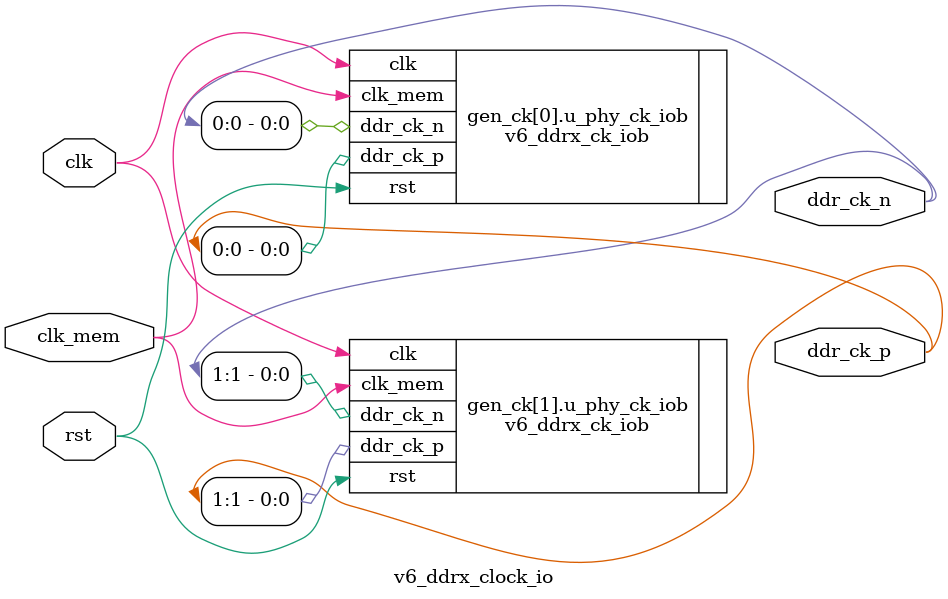
<source format=v>

/******************************************************************************
******************************************************************************/

`timescale 1ps/1ps

module v6_ddrx_clock_io #
  (
   parameter TCQ          = 100,       // clk->out delay (sim only)
   parameter CK_WIDTH     = 2,         // # of clock output pairs
   parameter WRLVL        = "OFF",     // Enable write leveling
   parameter DRAM_TYPE    = "DDR3",    // Memory I/F type: "DDR3", "DDR2"
   parameter REFCLK_FREQ  = 300.0,     // IODELAY Reference Clock freq (MHz)
   parameter IODELAY_GRP  = "IODELAY_MIG"  // May be assigned unique name
                                              // when mult IP cores in design
   )
  (
   input                 clk_mem,   // full rate core clock
   input                 clk,       // half rate core clock
   input                 rst,       // half rate core clk reset
   output [CK_WIDTH-1:0] ddr_ck_p,  // forwarded diff. clock to memory
   output [CK_WIDTH-1:0] ddr_ck_n   // forwarded diff. clock to memory
   );

  //***************************************************************************

  generate
    genvar ck_i;
    for (ck_i = 0; ck_i < CK_WIDTH; ck_i = ck_i + 1) begin: gen_ck
      v6_ddrx_ck_iob #
        (
         .TCQ            (TCQ),
         .WRLVL          (WRLVL),
         .DRAM_TYPE      (DRAM_TYPE),
         .REFCLK_FREQ    (REFCLK_FREQ),
         .IODELAY_GRP    (IODELAY_GRP)
         )
        u_phy_ck_iob
          (
           .clk_mem   (clk_mem),
           .clk       (clk),
           .rst       (rst),
           .ddr_ck_p  (ddr_ck_p[ck_i]),
           .ddr_ck_n  (ddr_ck_n[ck_i])
           );
    end
  endgenerate

endmodule

</source>
